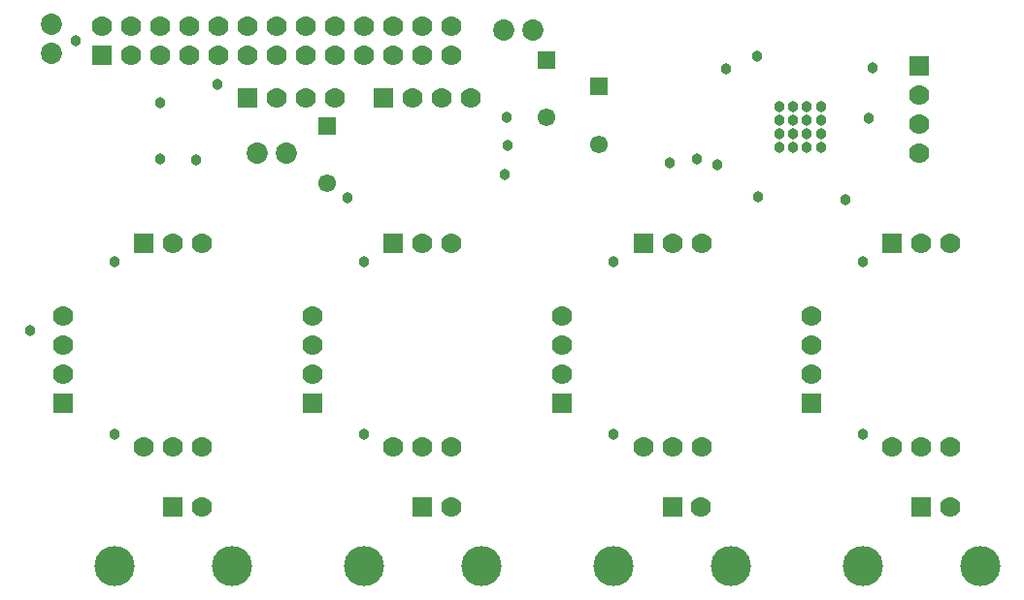
<source format=gbs>
%FSLAX25Y25*%
%MOIN*%
G70*
G01*
G75*
G04 Layer_Color=16711935*
%ADD10R,0.04331X0.05512*%
%ADD11R,0.05512X0.04331*%
%ADD12R,0.07900X0.05900*%
%ADD13R,0.07900X0.15000*%
%ADD14R,0.04000X0.05000*%
%ADD15R,0.13780X0.04724*%
%ADD16R,0.05000X0.03600*%
%ADD17R,0.03600X0.03600*%
%ADD18R,0.05000X0.04000*%
%ADD19R,0.02362X0.06102*%
%ADD20O,0.01378X0.08268*%
%ADD21R,0.17716X0.17716*%
%ADD22O,0.00984X0.02953*%
%ADD23O,0.02953X0.00984*%
%ADD24C,0.01000*%
%ADD25C,0.02500*%
%ADD26R,0.06200X0.06200*%
%ADD27C,0.06200*%
%ADD28C,0.05315*%
%ADD29R,0.05315X0.05315*%
%ADD30R,0.06200X0.06200*%
%ADD31C,0.12992*%
%ADD32C,0.06500*%
%ADD33C,0.03000*%
%ADD34C,0.01500*%
%ADD35C,0.02000*%
%ADD36R,0.20965X0.19882*%
%ADD37C,0.00787*%
%ADD38C,0.00500*%
%ADD39C,0.00400*%
%ADD40C,0.00600*%
%ADD41C,0.00984*%
%ADD42C,0.02362*%
%ADD43C,0.00098*%
%ADD44C,0.00098*%
%ADD45R,0.05131X0.06312*%
%ADD46R,0.06312X0.05131*%
%ADD47R,0.08700X0.06700*%
%ADD48R,0.08700X0.15800*%
%ADD49R,0.04800X0.05800*%
%ADD50R,0.14579X0.05524*%
%ADD51R,0.05800X0.04400*%
%ADD52R,0.04400X0.04400*%
%ADD53R,0.05800X0.04800*%
%ADD54R,0.03162X0.06902*%
%ADD55O,0.02178X0.09068*%
%ADD56R,0.18517X0.18517*%
%ADD57O,0.01784X0.03753*%
%ADD58O,0.03753X0.01784*%
%ADD59R,0.07000X0.07000*%
%ADD60C,0.07000*%
%ADD61C,0.06115*%
%ADD62R,0.06115X0.06115*%
%ADD63R,0.07000X0.07000*%
%ADD64C,0.13792*%
%ADD65C,0.07300*%
%ADD66C,0.03800*%
D59*
X132283Y304035D02*
D03*
X228838Y289173D02*
D03*
X146693Y239230D02*
D03*
X232323D02*
D03*
X403681D02*
D03*
X318051D02*
D03*
X182272Y289256D02*
D03*
D60*
X132283Y314035D02*
D03*
X142283Y304035D02*
D03*
Y314035D02*
D03*
X152284Y304035D02*
D03*
Y314035D02*
D03*
X162284Y304035D02*
D03*
Y314035D02*
D03*
X172283Y304035D02*
D03*
Y314035D02*
D03*
X182283Y304035D02*
D03*
Y314035D02*
D03*
X192283Y304035D02*
D03*
Y314035D02*
D03*
X202284Y304035D02*
D03*
Y314035D02*
D03*
X212283Y304035D02*
D03*
Y314035D02*
D03*
X222284Y304035D02*
D03*
Y314035D02*
D03*
X232283Y304035D02*
D03*
Y314035D02*
D03*
X242284Y304035D02*
D03*
Y314035D02*
D03*
X252284Y304035D02*
D03*
Y314035D02*
D03*
X258839Y289173D02*
D03*
X248838D02*
D03*
X238839D02*
D03*
X412992Y270197D02*
D03*
Y280197D02*
D03*
Y290197D02*
D03*
X146693Y169230D02*
D03*
X156693D02*
D03*
X166693D02*
D03*
X166535Y148502D02*
D03*
X156693Y239230D02*
D03*
X166693D02*
D03*
X118740Y194230D02*
D03*
Y204230D02*
D03*
Y214230D02*
D03*
X204370Y194230D02*
D03*
Y204230D02*
D03*
Y214230D02*
D03*
X252165Y148502D02*
D03*
X232323Y169230D02*
D03*
X242323D02*
D03*
X252323D02*
D03*
X242323Y239230D02*
D03*
X252323D02*
D03*
X290098Y214230D02*
D03*
Y204230D02*
D03*
Y194230D02*
D03*
X375728Y214230D02*
D03*
Y204230D02*
D03*
Y194230D02*
D03*
X338051Y169230D02*
D03*
X328051D02*
D03*
X318051D02*
D03*
X423681D02*
D03*
X413681D02*
D03*
X403681D02*
D03*
X423681Y239230D02*
D03*
X413681D02*
D03*
X423524Y148502D02*
D03*
X337894D02*
D03*
X338051Y239230D02*
D03*
X328051D02*
D03*
X212272Y289256D02*
D03*
X202272D02*
D03*
X192272D02*
D03*
D61*
X284744Y282480D02*
D03*
X302756Y273425D02*
D03*
X209646Y259842D02*
D03*
D62*
X284744Y302165D02*
D03*
X302756Y293110D02*
D03*
X209646Y279528D02*
D03*
D63*
X412992Y300197D02*
D03*
X156693Y148502D02*
D03*
X118740Y184230D02*
D03*
X204370D02*
D03*
X242323Y148502D02*
D03*
X290098Y184230D02*
D03*
X375728D02*
D03*
X413681Y148502D02*
D03*
X328051D02*
D03*
D64*
X136614Y128423D02*
D03*
X176772D02*
D03*
X222244D02*
D03*
X262402D02*
D03*
X433760D02*
D03*
X393602D02*
D03*
X348130D02*
D03*
X307972D02*
D03*
D65*
X114862Y304468D02*
D03*
Y314469D02*
D03*
X280079Y312500D02*
D03*
X270079D02*
D03*
X195433Y270374D02*
D03*
X185433D02*
D03*
D66*
X152067Y268307D02*
D03*
X152165Y287697D02*
D03*
X346654Y299114D02*
D03*
X336614Y268110D02*
D03*
X343602Y266142D02*
D03*
X396998Y299459D02*
D03*
X357185Y303740D02*
D03*
X395669Y282382D02*
D03*
X387500Y254232D02*
D03*
X327362Y267028D02*
D03*
X357382Y255118D02*
D03*
X216535Y254823D02*
D03*
X270571Y262894D02*
D03*
X271654Y273031D02*
D03*
X271358Y282776D02*
D03*
X107480Y209154D02*
D03*
X123130Y309055D02*
D03*
X171850Y294094D02*
D03*
X164567Y268012D02*
D03*
X136614Y173622D02*
D03*
Y233071D02*
D03*
X222244D02*
D03*
Y173622D02*
D03*
X393602D02*
D03*
Y233071D02*
D03*
X307972D02*
D03*
Y173622D02*
D03*
X379035Y272244D02*
D03*
X374311D02*
D03*
X369587D02*
D03*
X364862D02*
D03*
X379035Y276968D02*
D03*
X374311D02*
D03*
X369587D02*
D03*
X364862D02*
D03*
X379035Y281693D02*
D03*
X374311D02*
D03*
X369587D02*
D03*
X364862D02*
D03*
X379035Y286417D02*
D03*
X374311D02*
D03*
X369587D02*
D03*
X364862D02*
D03*
M02*

</source>
